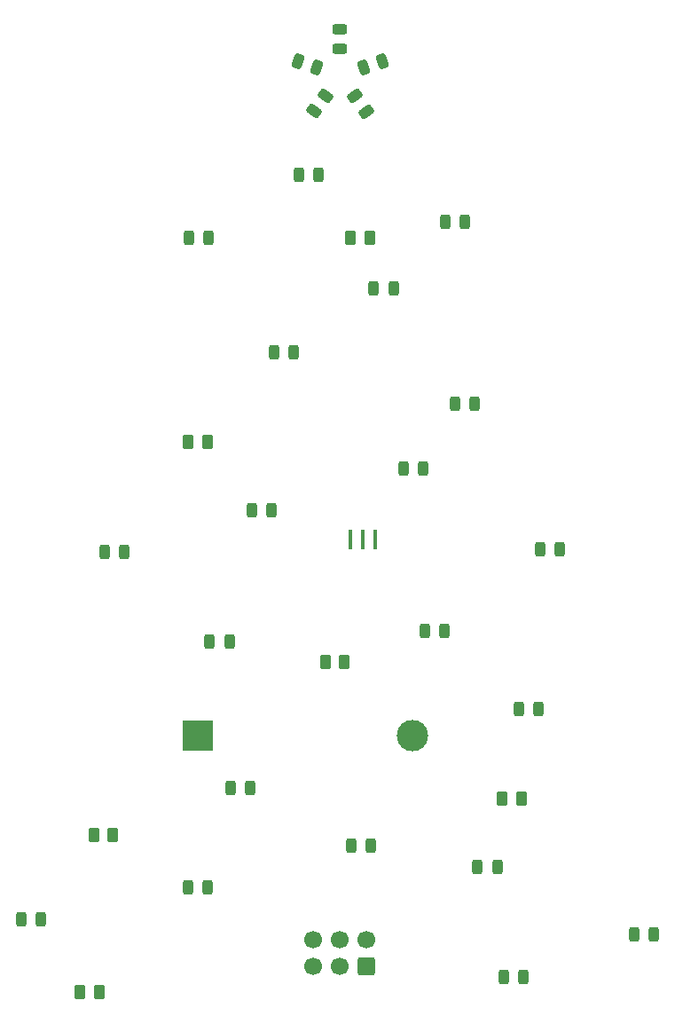
<source format=gbr>
%TF.GenerationSoftware,KiCad,Pcbnew,(6.0.9)*%
%TF.CreationDate,2023-01-09T21:04:10+01:00*%
%TF.ProjectId,christmas_tree,63687269-7374-46d6-9173-5f747265652e,rev?*%
%TF.SameCoordinates,Original*%
%TF.FileFunction,Soldermask,Top*%
%TF.FilePolarity,Negative*%
%FSLAX46Y46*%
G04 Gerber Fmt 4.6, Leading zero omitted, Abs format (unit mm)*
G04 Created by KiCad (PCBNEW (6.0.9)) date 2023-01-09 21:04:10*
%MOMM*%
%LPD*%
G01*
G04 APERTURE LIST*
G04 Aperture macros list*
%AMRoundRect*
0 Rectangle with rounded corners*
0 $1 Rounding radius*
0 $2 $3 $4 $5 $6 $7 $8 $9 X,Y pos of 4 corners*
0 Add a 4 corners polygon primitive as box body*
4,1,4,$2,$3,$4,$5,$6,$7,$8,$9,$2,$3,0*
0 Add four circle primitives for the rounded corners*
1,1,$1+$1,$2,$3*
1,1,$1+$1,$4,$5*
1,1,$1+$1,$6,$7*
1,1,$1+$1,$8,$9*
0 Add four rect primitives between the rounded corners*
20,1,$1+$1,$2,$3,$4,$5,0*
20,1,$1+$1,$4,$5,$6,$7,0*
20,1,$1+$1,$6,$7,$8,$9,0*
20,1,$1+$1,$8,$9,$2,$3,0*%
G04 Aperture macros list end*
%ADD10RoundRect,0.243750X-0.243750X-0.456250X0.243750X-0.456250X0.243750X0.456250X-0.243750X0.456250X0*%
%ADD11RoundRect,0.250000X-0.262500X-0.450000X0.262500X-0.450000X0.262500X0.450000X-0.262500X0.450000X0*%
%ADD12R,0.400000X1.900000*%
%ADD13RoundRect,0.243750X-0.225841X0.465375X-0.512387X0.070979X0.225841X-0.465375X0.512387X-0.070979X0*%
%ADD14RoundRect,0.243750X0.090831X0.509242X-0.372809X0.358597X-0.090831X-0.509242X0.372809X-0.358597X0*%
%ADD15RoundRect,0.243750X0.372809X0.358597X-0.090831X0.509242X-0.372809X-0.358597X0.090831X-0.509242X0*%
%ADD16RoundRect,0.243750X-0.456250X0.243750X-0.456250X-0.243750X0.456250X-0.243750X0.456250X0.243750X0*%
%ADD17RoundRect,0.243750X0.243750X0.456250X-0.243750X0.456250X-0.243750X-0.456250X0.243750X-0.456250X0*%
%ADD18RoundRect,0.243750X-0.512387X-0.070979X-0.225841X-0.465375X0.512387X0.070979X0.225841X0.465375X0*%
%ADD19RoundRect,0.250000X0.600000X-0.600000X0.600000X0.600000X-0.600000X0.600000X-0.600000X-0.600000X0*%
%ADD20C,1.700000*%
%ADD21R,3.000000X3.000000*%
%ADD22C,3.000000*%
G04 APERTURE END LIST*
D10*
%TO.C,D21*%
X190062500Y-138000000D03*
X191937500Y-138000000D03*
%TD*%
D11*
%TO.C,R3*%
X177500000Y-125000000D03*
X179325000Y-125000000D03*
%TD*%
D12*
%TO.C,Y1*%
X162960000Y-100290000D03*
X164160000Y-100290000D03*
X165360000Y-100290000D03*
%TD*%
D13*
%TO.C,D25*%
X160618049Y-57924047D03*
X159515951Y-59440953D03*
%TD*%
D10*
%TO.C,D8*%
X153562500Y-97500000D03*
X155437500Y-97500000D03*
%TD*%
%TO.C,D1*%
X131562500Y-136500000D03*
X133437500Y-136500000D03*
%TD*%
D14*
%TO.C,D10*%
X166051615Y-54690297D03*
X164268385Y-55269703D03*
%TD*%
D10*
%TO.C,D3*%
X139500000Y-101500000D03*
X141375000Y-101500000D03*
%TD*%
%TO.C,D13*%
X168062500Y-93500000D03*
X169937500Y-93500000D03*
%TD*%
D15*
%TO.C,D20*%
X159731615Y-55229703D03*
X157948385Y-54650297D03*
%TD*%
D16*
%TO.C,D15*%
X162000000Y-51625000D03*
X162000000Y-53500000D03*
%TD*%
D10*
%TO.C,D18*%
X181112500Y-101220000D03*
X182987500Y-101220000D03*
%TD*%
%TO.C,D6*%
X147500000Y-133500000D03*
X149375000Y-133500000D03*
%TD*%
%TO.C,D22*%
X170105000Y-109050000D03*
X171980000Y-109050000D03*
%TD*%
D11*
%TO.C,R2*%
X137175000Y-143500000D03*
X139000000Y-143500000D03*
%TD*%
D10*
%TO.C,D24*%
X147562500Y-71500000D03*
X149437500Y-71500000D03*
%TD*%
D17*
%TO.C,D14*%
X173937500Y-70000000D03*
X172062500Y-70000000D03*
%TD*%
D10*
%TO.C,D11*%
X177625000Y-142000000D03*
X179500000Y-142000000D03*
%TD*%
D11*
%TO.C,R5*%
X147500000Y-91000000D03*
X149325000Y-91000000D03*
%TD*%
D18*
%TO.C,D5*%
X163428951Y-57941547D03*
X164531049Y-59458453D03*
%TD*%
D10*
%TO.C,D2*%
X179062500Y-116500000D03*
X180937500Y-116500000D03*
%TD*%
%TO.C,D16*%
X175125000Y-131500000D03*
X177000000Y-131500000D03*
%TD*%
D11*
%TO.C,R6*%
X163000000Y-71500000D03*
X164825000Y-71500000D03*
%TD*%
D10*
%TO.C,D12*%
X151562500Y-124000000D03*
X153437500Y-124000000D03*
%TD*%
D11*
%TO.C,R1*%
X138500000Y-128500000D03*
X140325000Y-128500000D03*
%TD*%
D10*
%TO.C,D23*%
X172932500Y-87380000D03*
X174807500Y-87380000D03*
%TD*%
D11*
%TO.C,R4*%
X160587500Y-112000000D03*
X162412500Y-112000000D03*
%TD*%
D10*
%TO.C,D17*%
X149562500Y-110000000D03*
X151437500Y-110000000D03*
%TD*%
%TO.C,D7*%
X163062500Y-129500000D03*
X164937500Y-129500000D03*
%TD*%
%TO.C,D19*%
X158062500Y-65500000D03*
X159937500Y-65500000D03*
%TD*%
D17*
%TO.C,D9*%
X167100000Y-76300000D03*
X165225000Y-76300000D03*
%TD*%
D10*
%TO.C,D4*%
X155672500Y-82440000D03*
X157547500Y-82440000D03*
%TD*%
D19*
%TO.C,J2*%
X164500000Y-141040000D03*
D20*
X164500000Y-138500000D03*
X161960000Y-141040000D03*
X161960000Y-138500000D03*
X159420000Y-141040000D03*
X159420000Y-138500000D03*
%TD*%
D21*
%TO.C,BT1*%
X148425000Y-119000000D03*
D22*
X168915000Y-119000000D03*
%TD*%
M02*

</source>
